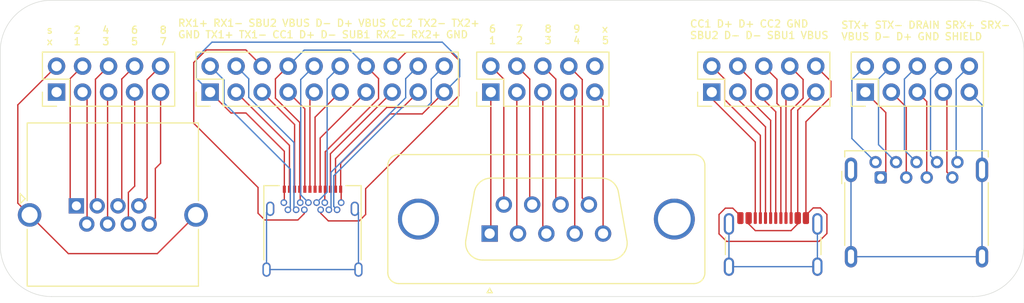
<source format=kicad_pcb>
(kicad_pcb (version 20241229) (generator "pcbnew") (generator_version "9.0")
  (layers (0 "F.Cu" signal) (2 "B.Cu" signal) (13 "F.Paste" user) (15 "B.Paste" user) (5 "F.SilkS" user "F.Silkscreen") (7 "B.SilkS" user "B.Silkscreen") (1 "F.Mask" user) (3 "B.Mask" user) (25 "Edge.Cuts" user))
  (net 0 "")
  (net 1 "/SSRX+")
  (net 2 "/SSTX-")
  (net 3 "/VBUS")
  (net 4 "/GND")
  (net 5 "/SHIELD")
  (net 6 "/DRAIN")
  (net 7 "/D+")
  (net 8 "/D-")
  (net 9 "/SSTX+")
  (net 10 "/SSRX-")
  (net 11 "/CC1")
  (net 12 "/SBU2")
  (net 13 "/B7-D-")
  (net 14 "/A7-D-")
  (net 15 "/SBU1")
  (net 16 "/CC2")
  (net 17 "/2")
  (net 18 "/4")
  (net 19 "/9")
  (net 20 "/8")
  (net 21 "/1")
  (net 22 "/5")
  (net 23 "/6")
  (net 24 "/3")
  (net 25 "/7")
  (net 27 "/RX2+")
  (net 28 "/RX1+")
  (net 29 "/RX2-")
  (net 30 "/TX2-")
  (net 31 "/TX1+")
  (net 32 "/TX2+")
  (net 33 "/RX1-")
  (net 34 "/TX1-")
  (net 35 "/TX+")
  (net 36 "/RX+")
  (net 37 "/TX-")
  (net 38 "/RX-")
  (net 39 "Net-(J9-Pin_5)")
  (net 41 "Net-(J9-Pin_9)")
  (net 42 "Net-(J9-Pin_8)")
  (net 43 "Net-(J9-Pin_10)")
  (net 44 "/GND2")
  (net 45 "/SHIELD2")
  (net 46 "/VBUS2")
  (net 47 "/4GND")
  (net 48 "/4VBUS")
  (net 49 "/4SHIELD")
  (net 50 "/4CC1")
  (net 51 "/4SBU1")
  (net 52 "/4SBU2")
  (net 53 "/4B6-D+")
  (net 54 "/4B7-D-")
  (net 55 "/4CC2")
  (net 56 "/4A6-D+")
  (net 57 "/4A7-D-")
  (net 58 "/SHIELD3")
  (net 59 "/B6-D+")
  (net 60 "/A6-D+")
  (footprint "Connector_Dsub:DSUB-9_Socket_Vertical_P2.77x2.84mm_MountingHoles" (layer "F.Cu") (at 85.305 64.84 180)
    (property "Reference" "J5" (hide yes))
    (property "Value" "DE9_Socket" (hide yes))
    (fp_line (start 9.945 -3.83) (end 9.945 6.67) (stroke (width 0.12)) (layer "F.SilkS"))
    (fp_line (start 8.885 7.73) (end -19.965 7.73) (stroke (width 0.12)) (layer "F.SilkS"))
    (fp_line (start 2.32647 -0.641744) (end 1.497733 4.058256) (stroke (width 0.12)) (layer "F.SilkS"))
    (fp_line (start 0.25 -5.784338) (end 0 -5.351325) (stroke (width 0.12)) (layer "F.SilkS"))
    (fp_line (start 0 -5.351325) (end -0.25 -5.784338) (stroke (width 0.12)) (layer "F.SilkS"))
    (fp_line (start -0.25 -5.784338) (end 0.25 -5.784338) (stroke (width 0.12)) (layer "F.SilkS"))
    (fp_line (start -10.942952 5.43) (end -0.137048 5.43) (stroke (width 0.12)) (layer "F.SilkS"))
    (fp_line (start -11.771689 -2.59) (end 0.691689 -2.59) (stroke (width 0.12)) (layer "F.SilkS"))
    (fp_line (start -13.40647 -0.641744) (end -12.577733 4.058256) (stroke (width 0.12)) (layer "F.SilkS"))
    (fp_line (start -19.965 -4.89) (end 8.885 -4.89) (stroke (width 0.12)) (layer "F.SilkS"))
    (fp_line (start -21.025 6.67) (end -21.025 -3.83) (stroke (width 0.12)) (layer "F.SilkS"))
    (fp_arc (start 9.945 6.67) (mid 9.634533 7.419533) (end 8.885 7.73) (stroke (width 0.12)) (layer "F.SilkS"))
    (fp_arc (start 8.885 -4.89) (mid 9.634533 -4.579533) (end 9.945 -3.83) (stroke (width 0.12)) (layer "F.SilkS"))
    (fp_arc (start 1.497733 4.058256) (mid 0.92998 5.041634) (end -0.137048 5.43) (stroke (width 0.12)) (layer "F.SilkS"))
    (fp_arc (start 0.691689 -2.59) (mid 1.963323 -1.997027) (end 2.32647 -0.641744) (stroke (width 0.12)) (layer "F.SilkS"))
    (fp_arc (start -10.942952 5.43) (mid -12.00998 5.041634) (end -12.577733 4.058256) (stroke (width 0.12)) (layer "F.SilkS"))
    (fp_arc (start -13.40647 -0.641744) (mid -13.043323 -1.997027) (end -11.771689 -2.59) (stroke (width 0.12)) (layer "F.SilkS"))
    (fp_arc (start -19.965 7.73) (mid -20.714533 7.419533) (end -21.025 6.67) (stroke (width 0.12)) (layer "F.SilkS"))
    (fp_arc (start -21.025 -3.83) (mid -20.714533 -4.579533) (end -19.965 -4.89) (stroke (width 0.12)) (layer "F.SilkS"))
    (pad "0" thru_hole circle (at -18.04 1.42 180) (size 4 4) (drill 3.2) (layers "*.Cu" "*.Mask"))
    (pad "0" thru_hole circle (at 6.96 1.42 180) (size 4 4) (drill 3.2) (layers "*.Cu" "*.Mask"))
    (pad "1" thru_hole rect (at 0 0 180) (size 1.6 1.6) (drill 1) (layers "*.Cu" "*.Mask") (net 21 "/1"))
    (pad "2" thru_hole circle (at -2.77 0 180) (size 1.6 1.6) (drill 1) (layers "*.Cu" "*.Mask") (net 17 "/2"))
    (pad "3" thru_hole circle (at -5.54 0 180) (size 1.6 1.6) (drill 1) (layers "*.Cu" "*.Mask") (net 24 "/3"))
    (pad "4" thru_hole circle (at -8.31 0 180) (size 1.6 1.6) (drill 1) (layers "*.Cu" "*.Mask") (net 18 "/4"))
    (pad "5" thru_hole circle (at -11.08 0 180) (size 1.6 1.6) (drill 1) (layers "*.Cu" "*.Mask") (net 22 "/5"))
    (pad "6" thru_hole circle (at -1.385 2.84 180) (size 1.6 1.6) (drill 1) (layers "*.Cu" "*.Mask") (net 23 "/6"))
    (pad "7" thru_hole circle (at -4.155 2.84 180) (size 1.6 1.6) (drill 1) (layers "*.Cu" "*.Mask") (net 25 "/7"))
    (pad "8" thru_hole circle (at -6.925 2.84 180) (size 1.6 1.6) (drill 1) (layers "*.Cu" "*.Mask") (net 20 "/8"))
    (pad "9" thru_hole circle (at -9.695 2.84 180) (size 1.6 1.6) (drill 1) (layers "*.Cu" "*.Mask") (net 19 "/9"))
  )
  (footprint "Connector_USB:USB3_A_Molex_48393-001" (layer "F.Cu") (at 123.5 59.35)
    (property "Reference" "J1" (hide yes))
    (property "Value" "USB3_A" (hide yes))
    (fp_line (start -3.8 -0.6) (end -3.8 0.6) (stroke (width 0.12)) (layer "F.SilkS"))
    (fp_line (start -3.51 -2.61) (end -3.51 -2) (stroke (width 0.12)) (layer "F.SilkS"))
    (fp_line (start -3.51 -2.61) (end 10.51 -2.61) (stroke (width 0.12)) (layer "F.SilkS"))
    (fp_line (start -3.51 6.65) (end -3.51 0.5) (stroke (width 0.12)) (layer "F.SilkS"))
    (fp_line (start 10.51 -2.61) (end 10.51 -2) (stroke (width 0.12)) (layer "F.SilkS"))
    (fp_line (start 10.51 6.65) (end 10.51 0.5) (stroke (width 0.12)) (layer "F.SilkS"))
    (pad "1" thru_hole roundrect (at 0 0) (size 1.2 1.2) (drill 0.7) (layers "*.Cu" "*.Mask") (roundrect_rratio 0.2083333333) (net 3 "/VBUS"))
    (pad "2" thru_hole circle (at 2.5 0) (size 1.2 1.2) (drill 0.7) (layers "*.Cu" "*.Mask") (net 8 "/D-"))
    (pad "3" thru_hole circle (at 4.5 0) (size 1.2 1.2) (drill 0.7) (layers "*.Cu" "*.Mask") (net 7 "/D+"))
    (pad "4" thru_hole circle (at 7 0) (size 1.2 1.2) (drill 0.7) (layers "*.Cu" "*.Mask") (net 4 "/GND"))
    (pad "5" thru_hole circle (at 7.5 -1.5) (size 1.2 1.2) (drill 0.7) (layers "*.Cu" "*.Mask") (net 10 "/SSRX-"))
    (pad "6" thru_hole circle (at 5.5 -1.5) (size 1.2 1.2) (drill 0.7) (layers "*.Cu" "*.Mask") (net 1 "/SSRX+"))
    (pad "7" thru_hole circle (at 3.5 -1.5) (size 1.2 1.2) (drill 0.7) (layers "*.Cu" "*.Mask") (net 6 "/DRAIN"))
    (pad "8" thru_hole circle (at 1.5 -1.5) (size 1.2 1.2) (drill 0.7) (layers "*.Cu" "*.Mask") (net 2 "/SSTX-"))
    (pad "9" thru_hole circle (at -0.5 -1.5) (size 1.2 1.2) (drill 0.7) (layers "*.Cu" "*.Mask") (net 9 "/SSTX+"))
    (pad "10" thru_hole oval (at -2.9 -0.75) (size 1.2 2.4) (drill oval 0.6 1.7) (layers "*.Cu" "*.Mask") (net 5 "/SHIELD"))
    (pad "10" thru_hole oval (at -2.9 7.75) (size 1.2 2.1) (drill oval 0.6 1.4) (layers "*.Cu" "*.Mask") (net 5 "/SHIELD"))
    (pad "10" thru_hole oval (at 9.9 -0.75) (size 1.2 2.4) (drill oval 0.6 1.7) (layers "*.Cu" "*.Mask") (net 5 "/SHIELD"))
    (pad "10" thru_hole oval (at 9.9 7.75) (size 1.2 2.1) (drill oval 0.6 1.4) (layers "*.Cu" "*.Mask") (net 5 "/SHIELD"))
  )
  (footprint "Connector_USB:USB_C_Receptacle_GCT_USB4105-xx-A_16P_TopMnt_Horizontal" (layer "F.Cu") (at 113 67)
    (property "Reference" "J6" (hide yes))
    (property "Value" "USB_C_Receptacle_USB2.0_16P" (hide yes))
    (fp_line (start -4.67 -0.1) (end -4.67 -1.8) (stroke (width 0.12)) (layer "F.SilkS"))
    (fp_line (start 4.67 -0.1) (end 4.67 -1.8) (stroke (width 0.12)) (layer "F.SilkS"))
    (pad "" np_thru_hole circle (at -2.89 -2.605) (size 0.65 0.65) (drill 0.65) (layers "*.Cu" "*.Mask"))
    (pad "" np_thru_hole circle (at 2.89 -2.605) (size 0.65 0.65) (drill 0.65) (layers "*.Cu" "*.Mask"))
    (pad "A1" smd roundrect (at -3.2 -3.68) (size 0.6 1.15) (layers "F.Cu" "F.Mask" "F.Paste") (net 47 "/4GND"))
    (pad "A4" smd roundrect (at -2.4 -3.68) (size 0.6 1.15) (layers "F.Cu" "F.Mask" "F.Paste") (net 48 "/4VBUS"))
    (pad "A5" smd roundrect (at -1.25 -3.68) (size 0.3 1.15) (layers "F.Cu" "F.Mask" "F.Paste") (net 50 "/4CC1"))
    (pad "A6" smd roundrect (at -0.25 -3.68) (size 0.3 1.15) (layers "F.Cu" "F.Mask" "F.Paste") (net 56 "/4A6-D+"))
    (pad "A7" smd roundrect (at 0.25 -3.68) (size 0.3 1.15) (layers "F.Cu" "F.Mask" "F.Paste") (net 57 "/4A7-D-"))
    (pad "A8" smd roundrect (at 1.25 -3.68) (size 0.3 1.15) (layers "F.Cu" "F.Mask" "F.Paste") (net 51 "/4SBU1"))
    (pad "A9" smd roundrect (at 2.4 -3.68) (size 0.6 1.15) (layers "F.Cu" "F.Mask" "F.Paste") (net 48 "/4VBUS"))
    (pad "A12" smd roundrect (at 3.2 -3.68) (size 0.6 1.15) (layers "F.Cu" "F.Mask" "F.Paste") (net 47 "/4GND"))
    (pad "B1" smd roundrect (at 3.2 -3.68) (size 0.6 1.15) (layers "F.Cu" "F.Mask" "F.Paste") (net 47 "/4GND"))
    (pad "B4" smd roundrect (at 2.4 -3.68) (size 0.6 1.15) (layers "F.Cu" "F.Mask" "F.Paste") (net 48 "/4VBUS"))
    (pad "B5" smd roundrect (at 1.75 -3.68) (size 0.3 1.15) (layers "F.Cu" "F.Mask" "F.Paste") (net 55 "/4CC2"))
    (pad "B6" smd roundrect (at 0.75 -3.68) (size 0.3 1.15) (layers "F.Cu" "F.Mask" "F.Paste") (net 53 "/4B6-D+"))
    (pad "B7" smd roundrect (at -0.75 -3.68) (size 0.3 1.15) (layers "F.Cu" "F.Mask" "F.Paste") (net 54 "/4B7-D-"))
    (pad "B8" smd roundrect (at -1.75 -3.68) (size 0.3 1.15) (layers "F.Cu" "F.Mask" "F.Paste") (net 52 "/4SBU2"))
    (pad "B9" smd roundrect (at -2.4 -3.68) (size 0.6 1.15) (layers "F.Cu" "F.Mask" "F.Paste") (net 48 "/4VBUS"))
    (pad "B12" smd roundrect (at -3.2 -3.68) (size 0.6 1.15) (layers "F.Cu" "F.Mask" "F.Paste") (net 47 "/4GND"))
    (pad "S1" thru_hole oval (at -4.32 -3.105) (size 1 2.1) (drill oval 0.6 1.7) (property pad_prop_heatsink) (layers "*.Cu" "*.Mask" "F.Paste") (net 49 "/4SHIELD"))
    (pad "S1" thru_hole oval (at -4.32 1.075) (size 1 1.8) (drill oval 0.6 1.4) (property pad_prop_heatsink) (layers "*.Cu" "*.Mask" "F.Paste") (net 49 "/4SHIELD"))
    (pad "S1" thru_hole oval (at 4.32 -3.105) (size 1 2.1) (drill oval 0.6 1.7) (property pad_prop_heatsink) (layers "*.Cu" "*.Mask" "F.Paste") (net 49 "/4SHIELD"))
    (pad "S1" thru_hole oval (at 4.32 1.075) (size 1 1.8) (drill oval 0.6 1.4) (property pad_prop_heatsink) (layers "*.Cu" "*.Mask" "F.Paste") (net 49 "/4SHIELD"))
  )
  (footprint "Connector_USB:USB_C_Receptacle_Amphenol_12401548E4-2A" (layer "F.Cu") (at 68 65.52)
    (property "Reference" "J2" (hide yes))
    (property "Value" "USB_C_Receptacle" (hide yes))
    (fp_line (start -4.75 -5.37) (end -4.75 1.89) (stroke (width 0.12)) (layer "F.SilkS"))
    (fp_line (start -4.75 -5.37) (end -3.25 -5.37) (stroke (width 0.12)) (layer "F.SilkS"))
    (fp_line (start 3.25 -5.37) (end 4.75 -5.37) (stroke (width 0.12)) (layer "F.SilkS"))
    (fp_line (start 4.75 -5.37) (end 4.75 1.89) (stroke (width 0.12)) (layer "F.SilkS"))
    (pad "" np_thru_hole circle (at -3.6 -4.36) (size 0.65 0.65) (drill 0.65) (layers "*.Cu" "*.Mask"))
    (pad "" np_thru_hole oval (at 3.6 -4.36) (size 0.95 0.65) (drill oval 0.95 0.65) (layers "*.Cu" "*.Mask"))
    (pad "A1" smd rect (at -2.75 -5.02) (size 0.3 0.7) (layers "F.Cu" "F.Mask" "F.Paste") (net 44 "/GND2"))
    (pad "A2" smd rect (at -2.25 -5.02) (size 0.3 0.7) (layers "F.Cu" "F.Mask" "F.Paste") (net 31 "/TX1+"))
    (pad "A3" smd rect (at -1.75 -5.02) (size 0.3 0.7) (layers "F.Cu" "F.Mask" "F.Paste") (net 34 "/TX1-"))
    (pad "A4" smd rect (at -1.25 -5.02) (size 0.3 0.7) (layers "F.Cu" "F.Mask" "F.Paste") (net 46 "/VBUS2"))
    (pad "A5" smd rect (at -0.75 -5.02) (size 0.3 0.7) (layers "F.Cu" "F.Mask" "F.Paste") (net 11 "/CC1"))
    (pad "A6" smd rect (at -0.25 -5.02) (size 0.3 0.7) (layers "F.Cu" "F.Mask" "F.Paste") (net 60 "/A6-D+"))
    (pad "A7" smd rect (at 0.25 -5.02) (size 0.3 0.7) (layers "F.Cu" "F.Mask" "F.Paste") (net 14 "/A7-D-"))
    (pad "A8" smd rect (at 0.75 -5.02) (size 0.3 0.7) (layers "F.Cu" "F.Mask" "F.Paste") (net 15 "/SBU1"))
    (pad "A9" smd rect (at 1.25 -5.02) (size 0.3 0.7) (layers "F.Cu" "F.Mask" "F.Paste") (net 46 "/VBUS2"))
    (pad "A10" smd rect (at 1.75 -5.02) (size 0.3 0.7) (layers "F.Cu" "F.Mask" "F.Paste") (net 29 "/RX2-"))
    (pad "A11" smd rect (at 2.25 -5.02) (size 0.3 0.7) (layers "F.Cu" "F.Mask" "F.Paste") (net 27 "/RX2+"))
    (pad "A12" smd rect (at 2.75 -5.02) (size 0.3 0.7) (layers "F.Cu" "F.Mask" "F.Paste") (net 44 "/GND2"))
    (pad "B1" thru_hole circle (at 2.8 -3.71) (size 0.65 0.65) (drill 0.4) (property pad_prop_heatsink) (layers "*.Cu" "*.Mask") (net 44 "/GND2"))
    (pad "B2" thru_hole circle (at 2.4 -3.01) (size 0.65 0.65) (drill 0.4) (property pad_prop_heatsink) (layers "*.Cu" "*.Mask") (net 32 "/TX2+"))
    (pad "B3" thru_hole circle (at 1.6 -3.01) (size 0.65 0.65) (drill 0.4) (property pad_prop_heatsink) (layers "*.Cu" "*.Mask") (net 30 "/TX2-"))
    (pad "B4" thru_hole circle (at 1.2 -3.71) (size 0.65 0.65) (drill 0.4) (property pad_prop_heatsink) (layers "*.Cu" "*.Mask") (net 46 "/VBUS2"))
    (pad "B5" thru_hole circle (at 0.8 -3.01) (size 0.65 0.65) (drill 0.4) (property pad_prop_heatsink) (layers "*.Cu" "*.Mask") (net 16 "/CC2"))
    (pad "B6" thru_hole circle (at 0.4 -3.71) (size 0.65 0.65) (drill 0.4) (property pad_prop_heatsink) (layers "*.Cu" "*.Mask") (net 59 "/B6-D+"))
    (pad "B7" thru_hole circle (at -0.4 -3.71) (size 0.65 0.65) (drill 0.4) (property pad_prop_heatsink) (layers "*.Cu" "*.Mask") (net 13 "/B7-D-"))
    (pad "B8" thru_hole circle (at -0.8 -3.01) (size 0.65 0.65) (drill 0.4) (property pad_prop_heatsink) (layers "*.Cu" "*.Mask") (net 12 "/SBU2"))
    (pad "B9" thru_hole circle (at -1.2 -3.71) (size 0.65 0.65) (drill 0.4) (property pad_prop_heatsink) (layers "*.Cu" "*.Mask") (net 46 "/VBUS2"))
    (pad "B10" thru_hole circle (at -1.6 -3.01) (size 0.65 0.65) (drill 0.4) (property pad_prop_heatsink) (layers "*.Cu" "*.Mask") (net 33 "/RX1-"))
    (pad "B11" thru_hole circle (at -2.4 -3.01) (size 0.65 0.65) (drill 0.4) (property pad_prop_heatsink) (layers "*.Cu" "*.Mask") (net 28 "/RX1+"))
    (pad "B12" thru_hole circle (at -2.8 -3.71) (size 0.65 0.65) (drill 0.4) (property pad_prop_heatsink) (layers "*.Cu" "*.Mask") (net 44 "/GND2"))
    (pad "S1" thru_hole oval (at -4.49 2.84) (size 0.8 1.4) (drill oval 0.5 1.1) (property pad_prop_heatsink) (layers "*.Cu" "*.Mask") (net 45 "/SHIELD2"))
    (pad "S1" thru_hole oval (at -4.13 -3.11) (size 0.8 1.4) (drill oval 0.5 1.1) (property pad_prop_heatsink) (layers "*.Cu" "*.Mask") (net 45 "/SHIELD2"))
    (pad "S1" thru_hole oval (at 4.13 -3.11) (size 0.8 1.4) (drill oval 0.5 1.1) (property pad_prop_heatsink) (layers "*.Cu" "*.Mask") (net 45 "/SHIELD2"))
    (pad "S1" thru_hole oval (at 4.49 2.84) (size 0.8 1.4) (drill oval 0.5 1.1) (property pad_prop_heatsink) (layers "*.Cu" "*.Mask") (net 45 "/SHIELD2"))
  )
  (footprint "Connector_RJ:RJ45_Amphenol_RJHSE5380" (layer "F.Cu") (at 44.936 62.125)
    (property "Reference" "J10" (hide yes))
    (property "Value" "8P8C_Shielded" (hide yes))
    (fp_line (start -5.5 -1.2) (end -5 -0.7) (stroke (width 0.12)) (layer "F.SilkS"))
    (fp_line (start -5.5 -0.2) (end -5.5 -1.2) (stroke (width 0.12)) (layer "F.SilkS"))
    (fp_line (start -5 -0.7) (end -5.5 -0.2) (stroke (width 0.12)) (layer "F.SilkS"))
    (fp_line (start -4.805 -8.11) (end -4.805 -0.5) (stroke (width 0.12)) (layer "F.SilkS"))
    (fp_line (start -4.805 7.86) (end -4.805 2.3) (stroke (width 0.12)) (layer "F.SilkS"))
    (fp_line (start -4.76 -8.11) (end 11.88 -8.11) (stroke (width 0.12)) (layer "F.SilkS"))
    (fp_line (start -4.76 7.86) (end 11.925 7.86) (stroke (width 0.12)) (layer "F.SilkS"))
    (fp_line (start 11.925 -8.11) (end 11.925 -0.5) (stroke (width 0.12)) (layer "F.SilkS"))
    (fp_line (start 11.925 7.86) (end 11.925 2.3) (stroke (width 0.12)) (layer "F.SilkS"))
    (pad "" np_thru_hole circle (at -2.79 -2.54) (size 3.25 3.25) (drill 3.25) (layers "*.Cu" "*.Mask"))
    (pad "" np_thru_hole circle (at 9.91 -2.54) (size 3.25 3.25) (drill 3.25) (layers "*.Cu" "*.Mask"))
    (pad "1" thru_hole rect (at 0 0) (size 1.5 1.5) (drill 0.89) (layers "*.Cu" "*.Mask") (net 35 "/TX+"))
    (pad "2" thru_hole circle (at 1.016 1.78) (size 1.5 1.5) (drill 0.89) (layers "*.Cu" "*.Mask") (net 37 "/TX-"))
    (pad "3" thru_hole circle (at 2.032 0) (size 1.5 1.5) (drill 0.89) (layers "*.Cu" "*.Mask") (net 36 "/RX+"))
    (pad "4" thru_hole circle (at 3.048 1.78) (size 1.5 1.5) (drill 0.89) (layers "*.Cu" "*.Mask") (net 39 "Net-(J9-Pin_5)"))
    (pad "5" thru_hole circle (at 4.064 0) (size 1.5 1.5) (drill 0.89) (layers "*.Cu" "*.Mask") (net 42 "Net-(J9-Pin_8)"))
    (pad "6" thru_hole circle (at 5.08 1.78) (size 1.5 1.5) (drill 0.89) (layers "*.Cu" "*.Mask") (net 38 "/RX-"))
    (pad "7" thru_hole circle (at 6.096 0) (size 1.5 1.5) (drill 0.89) (layers "*.Cu" "*.Mask") (net 43 "Net-(J9-Pin_10)"))
    (pad "8" thru_hole circle (at 7.112 1.78) (size 1.5 1.5) (drill 0.89) (layers "*.Cu" "*.Mask") (net 41 "Net-(J9-Pin_9)"))
    (pad "SH" thru_hole circle (at -4.57 0.89) (size 2.3 2.3) (drill 1.57) (layers "*.Cu" "*.Mask") (net 58 "/SHIELD3"))
    (pad "SH" thru_hole circle (at 11.69 0.89) (size 2.3 2.3) (drill 1.57) (layers "*.Cu" "*.Mask") (net 58 "/SHIELD3"))
  )
  (footprint "Connector_PinHeader_2.54mm:PinHeader_2x05_P2.54mm_Vertical" (layer "F.Cu") (at 107 51 90)
    (property "Reference" "J7" (hide yes))
    (property "Value" "Conn_02x05_Odd_Even" (hide yes))
    (fp_line (start 3.92 -1.38) (end 3.92 11.54) (stroke (width 0.12)) (layer "F.SilkS"))
    (fp_line (start 1.27 -1.38) (end 3.92 -1.38) (stroke (width 0.12)) (layer "F.SilkS"))
    (fp_line (start -1.38 -1.38) (end 0 -1.38) (stroke (width 0.12)) (layer "F.SilkS"))
    (fp_line (start -1.38 0) (end -1.38 -1.38) (stroke (width 0.12)) (layer "F.SilkS"))
    (fp_line (start 1.27 1.27) (end 1.27 -1.38) (stroke (width 0.12)) (layer "F.SilkS"))
    (fp_line (start -1.38 1.27) (end 1.27 1.27) (stroke (width 0.12)) (layer "F.SilkS"))
    (fp_line (start -1.38 1.27) (end -1.38 11.54) (stroke (width 0.12)) (layer "F.SilkS"))
    (fp_line (start -1.38 11.54) (end 3.92 11.54) (stroke (width 0.12)) (layer "F.SilkS"))
    (pad "1" thru_hole rect (at 0 0 90) (size 1.7 1.7) (drill 1) (layers "*.Cu" "*.Mask") (net 52 "/4SBU2"))
    (pad "2" thru_hole circle (at 2.54 0 90) (size 1.7 1.7) (drill 1) (layers "*.Cu" "*.Mask") (net 50 "/4CC1"))
    (pad "3" thru_hole circle (at 0 2.54 90) (size 1.7 1.7) (drill 1) (layers "*.Cu" "*.Mask") (net 54 "/4B7-D-"))
    (pad "4" thru_hole circle (at 2.54 2.54 90) (size 1.7 1.7) (drill 1) (layers "*.Cu" "*.Mask") (net 56 "/4A6-D+"))
    (pad "5" thru_hole circle (at 0 5.08 90) (size 1.7 1.7) (drill 1) (layers "*.Cu" "*.Mask") (net 57 "/4A7-D-"))
    (pad "6" thru_hole circle (at 2.54 5.08 90) (size 1.7 1.7) (drill 1) (layers "*.Cu" "*.Mask") (net 53 "/4B6-D+"))
    (pad "7" thru_hole circle (at 0 7.62 90) (size 1.7 1.7) (drill 1) (layers "*.Cu" "*.Mask") (net 51 "/4SBU1"))
    (pad "8" thru_hole circle (at 2.54 7.62 90) (size 1.7 1.7) (drill 1) (layers "*.Cu" "*.Mask") (net 55 "/4CC2"))
    (pad "9" thru_hole circle (at 0 10.16 90) (size 1.7 1.7) (drill 1) (layers "*.Cu" "*.Mask") (net 48 "/4VBUS"))
    (pad "10" thru_hole circle (at 2.54 10.16 90) (size 1.7 1.7) (drill 1) (layers "*.Cu" "*.Mask") (net 47 "/4GND"))
  )
  (footprint "Connector_PinHeader_2.54mm:PinHeader_2x05_P2.54mm_Vertical" (layer "F.Cu") (at 122 51 90)
    (property "Reference" "J3" (hide yes))
    (property "Value" "Conn_02x05_Odd_Even" (hide yes))
    (fp_line (start 3.92 -1.38) (end 3.92 11.54) (stroke (width 0.12)) (layer "F.SilkS"))
    (fp_line (start 1.27 -1.38) (end 3.92 -1.38) (stroke (width 0.12)) (layer "F.SilkS"))
    (fp_line (start -1.38 -1.38) (end 0 -1.38) (stroke (width 0.12)) (layer "F.SilkS"))
    (fp_line (start -1.38 0) (end -1.38 -1.38) (stroke (width 0.12)) (layer "F.SilkS"))
    (fp_line (start 1.27 1.27) (end 1.27 -1.38) (stroke (width 0.12)) (layer "F.SilkS"))
    (fp_line (start -1.38 1.27) (end 1.27 1.27) (stroke (width 0.12)) (layer "F.SilkS"))
    (fp_line (start -1.38 1.27) (end -1.38 11.54) (stroke (width 0.12)) (layer "F.SilkS"))
    (fp_line (start -1.38 11.54) (end 3.92 11.54) (stroke (width 0.12)) (layer "F.SilkS"))
    (pad "1" thru_hole rect (at 0 0 90) (size 1.7 1.7) (drill 1) (layers "*.Cu" "*.Mask") (net 3 "/VBUS"))
    (pad "2" thru_hole circle (at 2.54 0 90) (size 1.7 1.7) (drill 1) (layers "*.Cu" "*.Mask") (net 9 "/SSTX+"))
    (pad "3" thru_hole circle (at 0 2.54 90) (size 1.7 1.7) (drill 1) (layers "*.Cu" "*.Mask") (net 8 "/D-"))
    (pad "4" thru_hole circle (at 2.54 2.54 90) (size 1.7 1.7) (drill 1) (layers "*.Cu" "*.Mask") (net 2 "/SSTX-"))
    (pad "5" thru_hole circle (at 0 5.08 90) (size 1.7 1.7) (drill 1) (layers "*.Cu" "*.Mask") (net 7 "/D+"))
    (pad "6" thru_hole circle (at 2.54 5.08 90) (size 1.7 1.7) (drill 1) (layers "*.Cu" "*.Mask") (net 6 "/DRAIN"))
    (pad "7" thru_hole circle (at 0 7.62 90) (size 1.7 1.7) (drill 1) (layers "*.Cu" "*.Mask") (net 4 "/GND"))
    (pad "8" thru_hole circle (at 2.54 7.62 90) (size 1.7 1.7) (drill 1) (layers "*.Cu" "*.Mask") (net 1 "/SSRX+"))
    (pad "9" thru_hole circle (at 0 10.16 90) (size 1.7 1.7) (drill 1) (layers "*.Cu" "*.Mask") (net 5 "/SHIELD"))
    (pad "10" thru_hole circle (at 2.54 10.16 90) (size 1.7 1.7) (drill 1) (layers "*.Cu" "*.Mask") (net 10 "/SSRX-"))
  )
  (footprint "Connector_PinHeader_2.54mm:PinHeader_2x05_P2.54mm_Vertical" (layer "F.Cu") (at 85.42 51 90)
    (property "Reference" "J8" (hide yes))
    (property "Value" "Conn_02x05_Odd_Even" (hide yes))
    (fp_line (start 3.92 -1.38) (end 3.92 11.54) (stroke (width 0.12)) (layer "F.SilkS"))
    (fp_line (start 1.27 -1.38) (end 3.92 -1.38) (stroke (width 0.12)) (layer "F.SilkS"))
    (fp_line (start -1.38 -1.38) (end 0 -1.38) (stroke (width 0.12)) (layer "F.SilkS"))
    (fp_line (start -1.38 0) (end -1.38 -1.38) (stroke (width 0.12)) (layer "F.SilkS"))
    (fp_line (start 1.27 1.27) (end 1.27 -1.38) (stroke (width 0.12)) (layer "F.SilkS"))
    (fp_line (start -1.38 1.27) (end 1.27 1.27) (stroke (width 0.12)) (layer "F.SilkS"))
    (fp_line (start -1.38 1.27) (end -1.38 11.54) (stroke (width 0.12)) (layer "F.SilkS"))
    (fp_line (start -1.38 11.54) (end 3.92 11.54) (stroke (width 0.12)) (layer "F.SilkS"))
    (pad "1" thru_hole rect (at 0 0 90) (size 1.7 1.7) (drill 1) (layers "*.Cu" "*.Mask") (net 21 "/1"))
    (pad "2" thru_hole circle (at 2.54 0 90) (size 1.7 1.7) (drill 1) (layers "*.Cu" "*.Mask") (net 23 "/6"))
    (pad "3" thru_hole circle (at 0 2.54 90) (size 1.7 1.7) (drill 1) (layers "*.Cu" "*.Mask") (net 17 "/2"))
    (pad "4" thru_hole circle (at 2.54 2.54 90) (size 1.7 1.7) (drill 1) (layers "*.Cu" "*.Mask") (net 25 "/7"))
    (pad "5" thru_hole circle (at 0 5.08 90) (size 1.7 1.7) (drill 1) (layers "*.Cu" "*.Mask") (net 24 "/3"))
    (pad "6" thru_hole circle (at 2.54 5.08 90) (size 1.7 1.7) (drill 1) (layers "*.Cu" "*.Mask") (net 20 "/8"))
    (pad "7" thru_hole circle (at 0 7.62 90) (size 1.7 1.7) (drill 1) (layers "*.Cu" "*.Mask") (net 18 "/4"))
    (pad "8" thru_hole circle (at 2.54 7.62 90) (size 1.7 1.7) (drill 1) (layers "*.Cu" "*.Mask") (net 19 "/9"))
    (pad "9" thru_hole circle (at 0 10.16 90) (size 1.7 1.7) (drill 1) (layers "*.Cu" "*.Mask") (net 22 "/5"))
    (pad "10" thru_hole circle (at 2.54 10.16 90) (size 1.7 1.7) (drill 1) (layers "*.Cu" "*.Mask"))
  )
  (footprint "Connector_PinHeader_2.54mm:PinHeader_2x10_P2.54mm_Vertical" (layer "F.Cu") (at 58 51 90)
    (property "Reference" "J4" (hide yes))
    (property "Value" "Conn_02x10_Odd_Even" (hide yes))
    (fp_line (start 3.92 -1.38) (end 3.92 24.24) (stroke (width 0.12)) (layer "F.SilkS"))
    (fp_line (start 1.27 -1.38) (end 3.92 -1.38) (stroke (width 0.12)) (layer "F.SilkS"))
    (fp_line (start -1.38 -1.38) (end 0 -1.38) (stroke (width 0.12)) (layer "F.SilkS"))
    (fp_line (start -1.38 0) (end -1.38 -1.38) (stroke (width 0.12)) (layer "F.SilkS"))
    (fp_line (start 1.27 1.27) (end 1.27 -1.38) (stroke (width 0.12)) (layer "F.SilkS"))
    (fp_line (start -1.38 1.27) (end 1.27 1.27) (stroke (width 0.12)) (layer "F.SilkS"))
    (fp_line (start -1.38 1.27) (end -1.38 24.24) (stroke (width 0.12)) (layer "F.SilkS"))
    (fp_line (start -1.38 24.24) (end 3.92 24.24) (stroke (width 0.12)) (layer "F.SilkS"))
    (pad "1" thru_hole rect (at 0 0 90) (size 1.7 1.7) (drill 1) (layers "*.Cu" "*.Mask") (net 44 "/GND2"))
    (pad "2" thru_hole circle (at 2.54 0 90) (size 1.7 1.7) (drill 1) (layers "*.Cu" "*.Mask") (net 28 "/RX1+"))
    (pad "3" thru_hole circle (at 0 2.54 90) (size 1.7 1.7) (drill 1) (layers "*.Cu" "*.Mask") (net 31 "/TX1+"))
    (pad "4" thru_hole circle (at 2.54 2.54 90) (size 1.7 1.7) (drill 1) (layers "*.Cu" "*.Mask") (net 33 "/RX1-"))
    (pad "5" thru_hole circle (at 0 5.08 90) (size 1.7 1.7) (drill 1) (layers "*.Cu" "*.Mask") (net 34 "/TX1-"))
    (pad "6" thru_hole circle (at 2.54 5.08 90) (size 1.7 1.7) (drill 1) (layers "*.Cu" "*.Mask") (net 12 "/SBU2"))
    (pad "7" thru_hole circle (at 0 7.62 90) (size 1.7 1.7) (drill 1) (layers "*.Cu" "*.Mask") (net 11 "/CC1"))
    (pad "8" thru_hole circle (at 2.54 7.62 90) (size 1.7 1.7) (drill 1) (layers "*.Cu" "*.Mask") (net 46 "/VBUS2"))
    (pad "9" thru_hole circle (at 0 10.16 90) (size 1.7 1.7) (drill 1) (layers "*.Cu" "*.Mask") (net 60 "/A6-D+"))
    (pad "10" thru_hole circle (at 2.54 10.16 90) (size 1.7 1.7) (drill 1) (layers "*.Cu" "*.Mask") (net 13 "/B7-D-"))
    (pad "11" thru_hole circle (at 0 12.7 90) (size 1.7 1.7) (drill 1) (layers "*.Cu" "*.Mask") (net 14 "/A7-D-"))
    (pad "12" thru_hole circle (at 2.54 12.7 90) (size 1.7 1.7) (drill 1) (layers "*.Cu" "*.Mask") (net 59 "/B6-D+"))
    (pad "13" thru_hole circle (at 0 15.24 90) (size 1.7 1.7) (drill 1) (layers "*.Cu" "*.Mask") (net 15 "/SBU1"))
    (pad "14" thru_hole circle (at 2.54 15.24 90) (size 1.7 1.7) (drill 1) (layers "*.Cu" "*.Mask") (net 46 "/VBUS2"))
    (pad "15" thru_hole circle (at 0 17.78 90) (size 1.7 1.7) (drill 1) (layers "*.Cu" "*.Mask") (net 29 "/RX2-"))
    (pad "16" thru_hole circle (at 2.54 17.78 90) (size 1.7 1.7) (drill 1) (layers "*.Cu" "*.Mask") (net 16 "/CC2"))
    (pad "17" thru_hole circle (at 0 20.32 90) (size 1.7 1.7) (drill 1) (layers "*.Cu" "*.Mask") (net 27 "/RX2+"))
    (pad "18" thru_hole circle (at 2.54 20.32 90) (size 1.7 1.7) (drill 1) (layers "*.Cu" "*.Mask") (net 30 "/TX2-"))
    (pad "19" thru_hole circle (at 0 22.86 90) (size 1.7 1.7) (drill 1) (layers "*.Cu" "*.Mask") (net 44 "/GND2"))
    (pad "20" thru_hole circle (at 2.54 22.86 90) (size 1.7 1.7) (drill 1) (layers "*.Cu" "*.Mask") (net 32 "/TX2+"))
  )
  (footprint "Connector_PinHeader_2.54mm:PinHeader_2x05_P2.54mm_Vertical" (layer "F.Cu") (at 43 51 90)
    (property "Reference" "J9" (hide yes))
    (property "Value" "Conn_02x05_Odd_Even" (hide yes))
    (fp_line (start 3.92 -1.38) (end 3.92 11.54) (stroke (width 0.12)) (layer "F.SilkS"))
    (fp_line (start 1.27 -1.38) (end 3.92 -1.38) (stroke (width 0.12)) (layer "F.SilkS"))
    (fp_line (start -1.38 -1.38) (end 0 -1.38) (stroke (width 0.12)) (layer "F.SilkS"))
    (fp_line (start -1.38 0) (end -1.38 -1.38) (stroke (width 0.12)) (layer "F.SilkS"))
    (fp_line (start 1.27 1.27) (end 1.27 -1.38) (stroke (width 0.12)) (layer "F.SilkS"))
    (fp_line (start -1.38 1.27) (end 1.27 1.27) (stroke (width 0.12)) (layer "F.SilkS"))
    (fp_line (start -1.38 1.27) (end -1.38 11.54) (stroke (width 0.12)) (layer "F.SilkS"))
    (fp_line (start -1.38 11.54) (end 3.92 11.54) (stroke (width 0.12)) (layer "F.SilkS"))
    (pad "1" thru_hole rect (at 0 0 90) (size 1.7 1.7) (drill 1) (layers "*.Cu" "*.Mask"))
    (pad "2" thru_hole circle (at 2.54 0 90) (size 1.7 1.7) (drill 1) (layers "*.Cu" "*.Mask") (net 58 "/SHIELD3"))
    (pad "3" thru_hole circle (at 0 2.54 90) (size 1.7 1.7) (drill 1) (layers "*.Cu" "*.Mask") (net 37 "/TX-"))
    (pad "4" thru_hole circle (at 2.54 2.54 90) (size 1.7 1.7) (drill 1) (layers "*.Cu" "*.Mask") (net 35 "/TX+"))
    (pad "5" thru_hole circle (at 0 5.08 90) (size 1.7 1.7) (drill 1) (layers "*.Cu" "*.Mask") (net 39 "Net-(J9-Pin_5)"))
    (pad "6" thru_hole circle (at 2.54 5.08 90) (size 1.7 1.7) (drill 1) (layers "*.Cu" "*.Mask") (net 36 "/RX+"))
    (pad "7" thru_hole circle (at 0 7.62 90) (size 1.7 1.7) (drill 1) (layers "*.Cu" "*.Mask") (net 38 "/RX-"))
    (pad "8" thru_hole circle (at 2.54 7.62 90) (size 1.7 1.7) (drill 1) (layers "*.Cu" "*.Mask") (net 42 "Net-(J9-Pin_8)"))
    (pad "9" thru_hole circle (at 0 10.16 90) (size 1.7 1.7) (drill 1) (layers "*.Cu" "*.Mask") (net 41 "Net-(J9-Pin_9)"))
    (pad "10" thru_hole circle (at 2.54 10.16 90) (size 1.7 1.7) (drill 1) (layers "*.Cu" "*.Mask") (net 43 "Net-(J9-Pin_10)"))
  )
  (gr_arc (start 37.5 47.01) (mid 38.964466 43.474466) (end 42.5 42.01) (stroke (width 0.05)) (layer "Edge.Cuts"))
  (gr_line (start 137.5 47.01) (end 137.5 66) (stroke (width 0.05)) (layer "Edge.Cuts"))
  (gr_line (start 132.5 71) (end 42.5 71) (stroke (width 0.05)) (layer "Edge.Cuts"))
  (gr_arc (start 42.5 71) (mid 38.964466 69.535534) (end 37.5 66) (stroke (width 0.05)) (layer "Edge.Cuts"))
  (gr_arc (start 137.5 66) (mid 136.035534 69.535534) (end 132.5 71) (stroke (width 0.05)) (layer "Edge.Cuts"))
  (gr_line (start 42.5 42.01) (end 132.5 42.01) (stroke (width 0.05)) (layer "Edge.Cuts"))
  (gr_arc (start 132.5 42.01) (mid 136.035534 43.474466) (end 137.5 47.01) (stroke (width 0.05)) (layer "Edge.Cuts"))
  (gr_line (start 37.5 66) (end 37.5 47.01) (stroke (width 0.05)) (layer "Edge.Cuts"))
  (gr_text "s	2	4	6	8\nx	1	3	5	7" (at 41.97 46.46 0) (layer "F.SilkS") (effects (font (size 0.7 0.7) (thickness 0.12) (bold yes)) (justify left bottom)))
  (gr_text "STX+ STX- DRAIN SRX+ SRX-\nVBUS D- D+ GND SHIELD\n" (at 119.59 45.97 0) (layer "F.SilkS") (effects (font (size 0.7 0.7) (thickness 0.12) (bold yes)) (justify left bottom)))
  (gr_text "CC1 D+ D+ CC2 GND\nSBU2 D- D- SBU1 VBUS" (at 104.81 45.85 0) (layer "F.SilkS") (effects (font (size 0.7 0.7) (thickness 0.12) (bold yes)) (justify left bottom)))
  (gr_text "6	7	8	9	x\n1	2	3	4	5\n" (at 85.17 46.35 0) (layer "F.SilkS") (effects (font (size 0.7 0.7) (thickness 0.12) (bold yes)) (justify left bottom)))
  (gr_text "RX1+ RX1- SBU2 VBUS D- D+ VBUS CC2 TX2- TX2+\nGND TX1+ TX1- CC1 D+ D- SUB1 RX2- RX2+ GND" (at 54.8 45.78 0) (layer "F.SilkS") (effects (font (size 0.7 0.7) (thickness 0.12) (bold yes)) (justify left bottom)))
  (segment (start 129.62 48.46) (end 128.37 49.71) (width 0.13) (layer "B.Cu") (net 1))
  (segment (start 128.37 49.71) (end 128.37 57.22) (width 0.13) (layer "B.Cu") (net 1))
  (segment (start 128.37 57.22) (end 129 57.85) (width 0.13) (layer "B.Cu") (net 1))
  (segment (start 123.29 56.14) (end 123.29 49.71) (width 0.13) (layer "B.Cu") (net 2))
  (segment (start 125 57.85) (end 123.29 56.14) (width 0.13) (layer "B.Cu") (net 2))
  (segment (start 123.29 49.71) (end 124.54 48.46) (width 0.13) (layer "B.Cu") (net 2))
  (segment (start 124 53) (end 122 51) (width 0.13) (layer "F.Cu") (net 3))
  (segment (start 123.5 59.35) (end 124 58.85) (width 0.13) (layer "F.Cu") (net 3))
  (segment (start 124 58.85) (end 124 53) (width 0.13) (layer "F.Cu") (net 3))
  (segment (start 129.97 51.35) (end 129.97 58.82) (width 0.13) (layer "F.Cu") (net 4))
  (segment (start 129.62 51) (end 129.97 51.35) (width 0.13) (layer "F.Cu") (net 4))
  (segment (start 129.97 58.82) (end 130.5 59.35) (width 0.13) (layer "F.Cu") (net 4))
  (segment (start 133.4 52.24) (end 132.16 51) (width 0.13) (layer "B.Cu") (net 5))
  (segment (start 133.4 58.6) (end 133.4 67.1) (width 0.13) (layer "B.Cu") (net 5))
  (segment (start 120.6 58.6) (end 120.6 67.1) (width 0.13) (layer "B.Cu") (net 5))
  (segment (start 133.4 58.6) (end 133.4 52.24) (width 0.13) (layer "B.Cu") (net 5))
  (segment (start 120.6 67.1) (end 133.4 67.1) (width 0.13) (layer "B.Cu") (net 5))
  (segment (start 127.08 48.46) (end 125.82 49.72) (width 0.13) (layer "B.Cu") (net 6))
  (segment (start 125.82 49.72) (end 125.82 56.67) (width 0.13) (layer "B.Cu") (net 6))
  (segment (start 125.82 56.67) (end 127 57.85) (width 0.13) (layer "B.Cu") (net 6))
  (segment (start 128 51.92) (end 128 59.35) (width 0.13) (layer "F.Cu") (net 7))
  (segment (start 127.08 51) (end 128 51.92) (width 0.13) (layer "F.Cu") (net 7))
  (segment (start 124.54 51) (end 126 52.46) (width 0.13) (layer "F.Cu") (net 8))
  (segment (start 126 52.46) (end 126 59.35) (width 0.13) (layer "F.Cu") (net 8))
  (segment (start 120.69 55.54) (end 120.69 49.77) (width 0.13) (layer "B.Cu") (net 9))
  (segment (start 120.69 49.77) (end 122 48.46) (width 0.13) (layer "B.Cu") (net 9))
  (segment (start 123 57.85) (end 120.69 55.54) (width 0.13) (layer "B.Cu") (net 9))
  (segment (start 132.16 48.46) (end 130.87 49.75) (width 0.13) (layer "B.Cu") (net 10))
  (segment (start 130.87 57.72) (end 131 57.85) (width 0.13) (layer "B.Cu") (net 10))
  (segment (start 130.87 49.75) (end 130.87 57.72) (width 0.13) (layer "B.Cu") (net 10))
  (segment (start 65.62 51) (end 67.25 52.63) (width 0.13) (layer "F.Cu") (net 11))
  (segment (start 67.25 52.63) (end 67.25 60.5) (width 0.13) (layer "F.Cu") (net 11))
  (segment (start 62.68 60.33) (end 62.255 59.905) (width 0.13) (layer "F.Cu") (net 12))
  (segment (start 57.63 46.87) (end 56.4 48.1) (width 0.13) (layer "F.Cu") (net 12))
  (segment (start 67.2 62.88) (end 66.57 63.51) (width 0.13) (layer "F.Cu") (net 12))
  (segment (start 67.2 62.51) (end 67.2 62.88) (width 0.13) (layer "F.Cu") (net 12))
  (segment (start 63.34 63.51) (end 62.68 62.85) (width 0.13) (layer "F.Cu") (net 12))
  (segment (start 56.4 48.1) (end 56.4 54.05) (width 0.13) (layer "F.Cu") (net 12))
  (segment (start 61.49 46.87) (end 57.63 46.87) (width 0.13) (layer "F.Cu") (net 12))
  (segment (start 63.08 48.46) (end 61.49 46.87) (width 0.13) (layer "F.Cu") (net 12))
  (segment (start 66.57 63.51) (end 63.34 63.51) (width 0.13) (layer "F.Cu") (net 12))
  (segment (start 56.4 54.05) (end 62.255 59.905) (width 0.13) (layer "F.Cu") (net 12))
  (segment (start 62.68 62.85) (end 62.68 60.33) (width 0.13) (layer "F.Cu") (net 12))
  (segment (start 67.6 61.81) (end 66.85 61.06) (width 0.13) (layer "B.Cu") (net 13))
  (segment (start 66.85 49.77) (end 68.16 48.46) (width 0.13) (layer "B.Cu") (net 13))
  (segment (start 66.85 61.06) (end 66.85 49.77) (width 0.13) (layer "B.Cu") (net 13))
  (segment (start 70.7 51) (end 68.25 53.45) (width 0.13) (layer "F.Cu") (net 14))
  (segment (start 68.25 53.45) (end 68.25 60.5) (width 0.13) (layer "F.Cu") (net 14))
  (segment (start 73.24 51) (end 68.75 55.49) (width 0.13) (layer "F.Cu") (net 15))
  (segment (start 68.75 55.49) (end 68.75 60.5) (width 0.13) (layer "F.Cu") (net 15))
  (segment (start 73.19 60.45) (end 73.945 59.695) (width 0.13) (layer "F.Cu") (net 16))
  (segment (start 68.8 62.85) (end 69.55 63.6) (width 0.13) (layer "F.Cu") (net 16))
  (segment (start 75.78 48.46) (end 77.16 47.08) (width 0.13) (layer "F.Cu") (net 16))
  (segment (start 73.19 62.97) (end 73.19 60.45) (width 0.13) (layer "F.Cu") (net 16))
  (segment (start 69.55 63.6) (end 72.56 63.6) (width 0.13) (layer "F.Cu") (net 16))
  (segment (start 72.56 63.6) (end 73.19 62.97) (width 0.13) (layer "F.Cu") (net 16))
  (segment (start 82.28 51.36) (end 73.945 59.695) (width 0.13) (layer "F.Cu") (net 16))
  (segment (start 77.16 47.08) (end 81.51 47.08) (width 0.13) (layer "F.Cu") (net 16))
  (segment (start 82.28 47.85) (end 82.28 51.36) (width 0.13) (layer "F.Cu") (net 16))
  (segment (start 68.8 62.51) (end 68.8 62.85) (width 0.13) (layer "F.Cu") (net 16))
  (segment (start 81.51 47.08) (end 82.28 47.85) (width 0.13) (layer "F.Cu") (net 16))
  (segment (start 87.96 51) (end 87.96 64.725) (width 0.13) (layer "F.Cu") (net 17))
  (segment (start 87.96 64.725) (end 88.075 64.84) (width 0.13) (layer "F.Cu") (net 17))
  (segment (start 93.615 51.575) (end 93.615 64.84) (width 0.13) (layer "F.Cu") (net 18))
  (segment (start 93.04 51) (end 93.615 51.575) (width 0.13) (layer "F.Cu") (net 18))
  (segment (start 93.04 48.46) (end 94.35 49.77) (width 0.13) (layer "F.Cu") (net 19))
  (segment (start 94.35 61.35) (end 95 62) (width 0.13) (layer "F.Cu") (net 19))
  (segment (start 94.35 49.77) (end 94.35 61.35) (width 0.13) (layer "F.Cu") (net 19))
  (segment (start 90.5 48.46) (end 91.77 49.73) (width 0.13) (layer "F.Cu") (net 20))
  (segment (start 91.77 49.73) (end 91.77 61.54) (width 0.13) (layer "F.Cu") (net 20))
  (segment (start 91.77 61.54) (end 92.23 62) (width 0.13) (layer "F.Cu") (net 20))
  (segment (start 85.42 64.725) (end 85.305 64.84) (width 0.13) (layer "F.Cu") (net 21))
  (segment (start 85.42 51) (end 85.42 64.725) (width 0.13) (layer "F.Cu") (net 21))
  (segment (start 96.385 51.805) (end 96.385 64.84) (width 0.13) (layer "F.Cu") (net 22))
  (segment (start 95.58 51) (end 96.385 51.805) (width 0.13) (layer "F.Cu") (net 22))
  (segment (start 86.69 49.73) (end 86.69 62) (width 0.13) (layer "F.Cu") (net 23))
  (segment (start 85.42 48.46) (end 86.69 49.73) (width 0.13) (layer "F.Cu") (net 23))
  (segment (start 90.5 64.495) (end 90.845 64.84) (width 0.13) (layer "F.Cu") (net 24))
  (segment (start 90.5 51) (end 90.5 64.495) (width 0.13) (layer "F.Cu") (net 24))
  (segment (start 89.22 49.72) (end 89.22 61.76) (width 0.13) (layer "F.Cu") (net 25))
  (segment (start 87.96 48.46) (end 89.22 49.72) (width 0.13) (layer "F.Cu") (net 25))
  (segment (start 89.22 61.76) (end 89.46 62) (width 0.13) (layer "F.Cu") (net 25))
  (segment (start 70.25 60.5) (end 70.25 57.5) (width 0.13) (layer "F.Cu") (net 27))
  (segment (start 75.26 52.49) (end 76.83 52.49) (width 0.13) (layer "F.Cu") (net 27))
  (segment (start 76.83 52.49) (end 78.32 51) (width 0.13) (layer "F.Cu") (net 27))
  (segment (start 70.25 57.5) (end 75.26 52.49) (width 0.13) (layer "F.Cu") (net 27))
  (segment (start 58 48.46) (end 59.36 49.82) (width 0.13) (layer "B.Cu") (net 28))
  (segment (start 65.83 58.53) (end 65.83 62.28) (width 0.13) (layer "B.Cu") (net 28))
  (segment (start 59.36 52.06) (end 65.83 58.53) (width 0.13) (layer "B.Cu") (net 28))
  (segment (start 65.83 62.28) (end 65.6 62.51) (width 0.13) (layer "B.Cu") (net 28))
  (segment (start 59.36 49.82) (end 59.36 52.06) (width 0.13) (layer "B.Cu") (net 28))
  (segment (start 69.75 60.5) (end 69.75 57.03) (width 0.13) (layer "F.Cu") (net 29))
  (segment (start 69.75 57.03) (end 75.78 51) (width 0.13) (layer "F.Cu") (net 29))
  (segment (start 69.6 62.51) (end 69.81 62.3) (width 0.13) (layer "B.Cu") (net 30))
  (segment (start 69.81 62.3) (end 69.81 58.84) (width 0.13) (layer "B.Cu") (net 30))
  (segment (start 77.1 51.55) (end 77.1 49.68) (width 0.13) (layer "B.Cu") (net 30))
  (segment (start 77.1 49.68) (end 78.32 48.46) (width 0.13) (layer "B.Cu") (net 30))
  (segment (start 69.81 58.84) (end 77.1 51.55) (width 0.13) (layer "B.Cu") (net 30))
  (segment (start 65.75 56.21) (end 65.75 60.5) (width 0.13) (layer "F.Cu") (net 31))
  (segment (start 60.54 51) (end 65.75 56.21) (width 0.13) (layer "F.Cu") (net 31))
  (segment (start 70.075 59.1792) (end 70.075 62.185) (width 0.13) (layer "B.Cu") (net 32))
  (segment (start 79.6 49.72) (end 79.6 52) (width 0.13) (layer "B.Cu") (net 32))
  (segment (start 79.6 52) (end 79.22 52.38) (width 0.13) (layer "B.Cu") (net 32))
  (segment (start 70.075 62.185) (end 70.4 62.51) (width 0.13) (layer "B.Cu") (net 32))
  (segment (start 80.86 48.46) (end 79.6 49.72) (width 0.13) (layer "B.Cu") (net 32))
  (segment (start 79.22 52.38) (end 76.8742 52.38) (width 0.13) (layer "B.Cu") (net 32))
  (segment (start 76.8742 52.38) (end 70.075 59.1792) (width 0.13) (layer "B.Cu") (net 32))
  (segment (start 61.77 49.69) (end 61.77 51.51) (width 0.13) (layer "B.Cu") (net 33))
  (segment (start 66.19 55.93) (end 66.19 62.3) (width 0.13) (layer "B.Cu") (net 33))
  (segment (start 61.77 51.51) (end 66.19 55.93) (width 0.13) (layer "B.Cu") (net 33))
  (segment (start 60.54 48.46) (end 61.77 49.69) (width 0.13) (layer "B.Cu") (net 33))
  (segment (start 66.19 62.3) (end 66.4 62.51) (width 0.13) (layer "B.Cu") (net 33))
  (segment (start 66.25 54.17) (end 66.25 60.5) (width 0.13) (layer "F.Cu") (net 34))
  (segment (start 63.08 51) (end 66.25 54.17) (width 0.13) (layer "F.Cu") (net 34))
  (segment (start 44.33 49.67) (end 45.54 48.46) (width 0.13) (layer "F.Cu") (net 35))
  (segment (start 44.936 62.125) (end 44.33 61.519) (width 0.13) (layer "F.Cu") (net 35))
  (segment (start 44.33 61.519) (end 44.33 49.67) (width 0.13) (layer "F.Cu") (net 35))
  (segment (start 46.968 62.125) (end 46.8 61.957) (width 0.13) (layer "F.Cu") (net 36))
  (segment (start 46.8 61.957) (end 46.8 49.74) (width 0.13) (layer "F.Cu") (net 36))
  (segment (start 46.8 49.74) (end 48.08 48.46) (width 0.13) (layer "F.Cu") (net 36))
  (segment (start 45.98 51.44) (end 45.54 51) (width 0.13) (layer "F.Cu") (net 37))
  (segment (start 45.98 63.877) (end 45.98 51.44) (width 0.13) (layer "F.Cu") (net 37))
  (segment (start 45.952 63.905) (end 45.98 63.877) (width 0.13) (layer "F.Cu") (net 37))
  (segment (start 50.016 63.905) (end 50.016 60.814) (width 0.13) (layer "F.Cu") (net 38))
  (segment (start 50.016 60.814) (end 50.63 60.2) (width 0.13) (layer "F.Cu") (net 38))
  (segment (start 50.63 60.2) (end 50.63 51.01) (width 0.13) (layer "F.Cu") (net 38))
  (segment (start 50.63 51.01) (end 50.62 51) (width 0.13) (layer "F.Cu") (net 38))
  (segment (start 47.984 63.905) (end 47.984 51.096) (width 0.13) (layer "F.Cu") (net 39))
  (segment (start 47.984 51.096) (end 48.08 51) (width 0.13) (layer "F.Cu") (net 39))
  (segment (start 52.65 58.47) (end 52.65 63.303) (width 0.13) (layer "F.Cu") (net 41))
  (segment (start 53.16 51) (end 53.16 57.96) (width 0.13) (layer "F.Cu") (net 41))
  (segment (start 52.65 63.303) (end 52.048 63.905) (width 0.13) (layer "F.Cu") (net 41))
  (segment (start 53.16 57.96) (end 52.65 58.47) (width 0.13) (layer "F.Cu") (net 41))
  (segment (start 49.37 49.71) (end 50.62 48.46) (width 0.13) (layer "F.Cu") (net 42))
  (segment (start 49.37 61.755) (end 49.37 49.71) (width 0.13) (layer "F.Cu") (net 42))
  (segment (start 49 62.125) (end 49.37 61.755) (width 0.13) (layer "F.Cu") (net 42))
  (segment (start 51.84 61.317) (end 51.032 62.125) (width 0.13) (layer "F.Cu") (net 43))
  (segment (start 53.16 48.46) (end 51.84 49.78) (width 0.13) (layer "F.Cu") (net 43))
  (segment (start 51.84 49.78) (end 51.84 61.317) (width 0.13) (layer "F.Cu") (net 43))
  (segment (start 75.58 53.13) (end 78.73 53.13) (width 0.13) (layer "F.Cu") (net 44))
  (segment (start 58 51) (end 60.04 53.04) (width 0.13) (layer "F.Cu") (net 44))
  (segment (start 70.75 60.5) (end 70.75 57.96) (width 0.13) (layer "F.Cu") (net 44))
  (segment (start 65.25 56.79) (end 65.25 60.5) (width 0.13) (layer "F.Cu") (net 44))
  (segment (start 60.04 53.04) (end 61.5 53.04) (width 0.13) (layer "F.Cu") (net 44))
  (segment (start 70.75 57.96) (end 75.58 53.13) (width 0.13) (layer "F.Cu") (net 44))
  (segment (start 70.8 60.61) (end 70.8 61.81) (width 0.13) (layer "F.Cu") (net 44))
  (segment (start 65.25 60.5) (end 65.25 61.76) (width 0.13) (layer "F.Cu") (net 44))
  (segment (start 61.5 53.04) (end 65.25 56.79) (width 0.13) (layer "F.Cu") (net 44))
  (segment (start 70.75 60.56) (end 70.8 60.61) (width 0.13) (layer "F.Cu") (net 44))
  (segment (start 78.73 53.13) (end 80.86 51) (width 0.13) (layer "F.Cu") (net 44))
  (segment (start 70.75 60.5) (end 70.75 60.56) (width 0.13) (layer "F.Cu") (net 44))
  (segment (start 65.25 61.76) (end 65.2 61.81) (width 0.13) (layer "F.Cu") (net 44))
  (segment (start 82.38 47.81) (end 82.38 49.48) (width 0.13) (layer "B.Cu") (net 44))
  (segment (start 56.65 47.64) (end 58.18 46.11) (width 0.13) (layer "B.Cu") (net 44))
  (segment (start 58 51) (end 56.65 49.65) (width 0.13) (layer "B.Cu") (net 44))
  (segment (start 82.38 49.48) (end 80.86 51) (width 0.13) (layer "B.Cu") (net 44))
  (segment (start 56.65 49.65) (end 56.65 47.64) (width 0.13) (layer "B.Cu") (net 44))
  (segment (start 58.18 46.11) (end 80.68 46.11) (width 0.13) (layer "B.Cu") (net 44))
  (segment (start 80.68 46.11) (end 82.38 47.81) (width 0.13) (layer "B.Cu") (net 44))
  (segment (start 63.51 68.36) (end 63.51 62.77) (width 0.13) (layer "B.Cu") (net 45))
  (segment (start 72.49 62.77) (end 72.13 62.41) (width 0.13) (layer "B.Cu") (net 45))
  (segment (start 72.49 68.36) (end 72.49 62.77) (width 0.13) (layer "B.Cu") (net 45))
  (segment (start 63.51 62.77) (end 63.87 62.41) (width 0.13) (layer "B.Cu") (net 45))
  (segment (start 63.51 68.36) (end 72.49 68.36) (width 0.13) (layer "B.Cu") (net 45))
  (segment (start 66.75 53.96) (end 64.38 51.59) (width 0.13) (layer "F.Cu") (net 46))
  (segment (start 69.2 60.55) (end 69.25 60.5) (width 0.13) (layer "F.Cu") (net 46))
  (segment (start 74.45 49.67) (end 74.45 51.63) (width 0.13) (layer "F.Cu") (net 46))
  (segment (start 69.25 56.83) (end 69.25 60.5) (width 0.13) (layer "F.Cu") (net 46))
  (segment (start 66.8 61.81) (end 66.8 60.55) (width 0.13) (layer "F.Cu") (net 46))
  (segment (start 66.75 57.98) (end 66.75 53.96) (width 0.13) (layer "F.Cu") (net 46))
  (segment (start 74.45 51.63) (end 69.25 56.83) (width 0.13) (layer "F.Cu") (net 46))
  (segment (start 73.24 48.46) (end 74.45 49.67) (width 0.13) (layer "F.Cu") (net 46))
  (segment (start 64.38 51.59) (end 64.38 49.7) (width 0.13) (layer "F.Cu") (net 46))
  (segment (start 64.38 49.7) (end 65.62 48.46) (width 0.13) (layer "F.Cu") (net 46))
  (segment (start 69.2 61.81) (end 69.2 60.55) (width 0.13) (layer "F.Cu") (net 46))
  (segment (start 66.8 60.55) (end 66.75 60.5) (width 0.13) (layer "F.Cu") (net 46))
  (segment (start 66.75 57.98) (end 66.75 60.5) (width 0.13) (layer "F.Cu") (net 46))
  (segment (start 67.19 46.89) (end 71.67 46.89) (width 0.13) (layer "B.Cu") (net 46))
  (segment (start 65.62 48.46) (end 67.19 46.89) (width 0.13) (layer "B.Cu") (net 46))
  (segment (start 71.67 46.89) (end 73.24 48.46) (width 0.13) (layer "B.Cu") (net 46))
  (segment (start 116.2 53.89) (end 116.2 63.32) (width 0.13) (layer "F.Cu") (net 47))
  (segment (start 117.16 48.46) (end 118.64 49.94) (width 0.13) (layer "F.Cu") (net 47))
  (segment (start 117.61 62.33) (end 116.91 62.33) (width 0.13) (layer "F.Cu") (net 47))
  (segment (start 118.64 51.45) (end 116.2 53.89) (width 0.13) (layer "F.Cu") (net 47))
  (segment (start 107.71 62.97) (end 107.71 64.87) (width 0.13) (layer "F.Cu") (net 47))
  (segment (start 107.71 64.87) (end 108.44 65.6) (width 0.13) (layer "F.Cu") (net 47))
  (segment (start 108.33 62.35) (end 107.71 62.97) (width 0.13) (layer "F.Cu") (net 47))
  (segment (start 118.25 64.83) (end 118.25 62.97) (width 0.13) (layer "F.Cu") (net 47))
  (segment (start 116.2 63.04) (end 116.2 63.32) (width 0.13) (layer "F.Cu") (net 47))
  (segment (start 116.91 62.33) (end 116.2 63.04) (width 0.13) (layer "F.Cu") (net 47))
  (segment (start 109.8 63.1) (end 109.05 62.35) (width 0.13) (layer "F.Cu") (net 47))
  (segment (start 118.25 62.97) (end 117.61 62.33) (width 0.13) (layer "F.Cu") (net 47))
  (segment (start 118.64 49.94) (end 118.64 51.45) (width 0.13) (layer "F.Cu") (net 47))
  (segment (start 109.05 62.35) (end 108.33 62.35) (width 0.13) (layer "F.Cu") (net 47))
  (segment (start 117.48 65.6) (end 118.25 64.83) (width 0.13) (layer "F.Cu") (net 47))
  (segment (start 109.8 63.32) (end 109.8 63.1) (width 0.13) (layer "F.Cu") (net 47))
  (segment (start 108.44 65.6) (end 117.48 65.6) (width 0.13) (layer "F.Cu") (net 47))
  (segment (start 117.16 51) (end 115.4 52.76) (width 0.13) (layer "F.Cu") (net 48))
  (segment (start 110.6 63.894999) (end 110.6 63.32) (width 0.13) (layer "F.Cu") (net 48))
  (segment (start 114.744999 64.55) (end 111.255001 64.55) (width 0.13) (layer "F.Cu") (net 48))
  (segment (start 115.4 63.32) (end 115.4 63.894999) (width 0.13) (layer "F.Cu") (net 48))
  (segment (start 115.4 52.76) (end 115.4 63.32) (width 0.13) (layer "F.Cu") (net 48))
  (segment (start 111.255001 64.55) (end 110.6 63.894999) (width 0.13) (layer "F.Cu") (net 48))
  (segment (start 115.4 63.894999) (end 114.744999 64.55) (width 0.13) (layer "F.Cu") (net 48))
  (segment (start 117.32 63.895) (end 117.32 68.075) (width 0.13) (layer "B.Cu") (net 49))
  (segment (start 108.68 68.075) (end 117.32 68.075) (width 0.13) (layer "B.Cu") (net 49))
  (segment (start 108.68 63.895) (end 108.68 68.075) (width 0.13) (layer "B.Cu") (net 49))
  (segment (start 108.26 51.74) (end 111.75 55.23) (width 0.13) (layer "F.Cu") (net 50))
  (segment (start 111.75 55.23) (end 111.75 63.32) (width 0.13) (layer "F.Cu") (net 50))
  (segment (start 107 48.46) (end 108.26 49.72) (width 0.13) (layer "F.Cu") (net 50))
  (segment (start 108.26 49.72) (end 108.26 51.74) (width 0.13) (layer "F.Cu") (net 50))
  (segment (start 114.62 51) (end 114.25 51.37) (width 0.13) (layer "F.Cu") (net 51))
  (segment (start 114.25 51.37) (end 114.25 63.32) (width 0.13) (layer "F.Cu") (net 51))
  (segment (start 111.25 55.88) (end 111.25 63.32) (width 0.13) (layer "F.Cu") (net 52))
  (segment (start 107 51) (end 107 51.63) (width 0.13) (layer "F.Cu") (net 52))
  (segment (start 107 51.63) (end 111.25 55.88) (width 0.13) (layer "F.Cu") (net 52))
  (segment (start 113.37 52.11) (end 113.75 52.49) (width 0.13) (layer "F.Cu") (net 53))
  (segment (start 113.37 49.75) (end 113.37 52.11) (width 0.13) (layer "F.Cu") (net 53))
  (segment (start 113.75 52.49) (end 113.75 63.32) (width 0.13) (layer "F.Cu") (net 53))
  (segment (start 112.08 48.46) (end 113.37 49.75) (width 0.13) (layer "F.Cu") (net 53))
  (segment (start 109.54 51.69) (end 112.25 54.4) (width 0.13) (layer "F.Cu") (net 54))
  (segment (start 112.25 54.4) (end 112.25 63.32) (width 0.13) (layer "F.Cu") (net 54))
  (segment (start 109.54 51) (end 109.54 51.69) (width 0.13) (layer "F.Cu") (net 54))
  (segment (start 114.75 52.76) (end 114.75 63.32) (width 0.13) (layer "F.Cu") (net 55))
  (segment (start 115.92 49.76) (end 115.92 51.59) (width 0.13) (layer "F.Cu") (net 55))
  (segment (start 115.92 51.59) (end 114.75 52.76) (width 0.13) (layer "F.Cu") (net 55))
  (segment (start 114.62 48.46) (end 115.92 49.76) (width 0.13) (layer "F.Cu") (net 55))
  (segment (start 110.84 51.85) (end 112.75 53.76) (width 0.13) (layer "F.Cu") (net 56))
  (segment (start 109.54 48.46) (end 110.84 49.76) (width 0.13) (layer "F.Cu") (net 56))
  (segment (start 112.75 53.76) (end 112.75 63.32) (width 0.13) (layer "F.Cu") (net 56))
  (segment (start 110.84 49.76) (end 110.84 51.85) (width 0.13) (layer "F.Cu") (net 56))
  (segment (start 112.08 51) (end 112.08 51.75) (width 0.13) (layer "F.Cu") (net 57))
  (segment (start 113.25 52.92) (end 113.25 63.32) (width 0.13) (layer "F.Cu") (net 57))
  (segment (start 112.08 51.75) (end 113.25 52.92) (width 0.13) (layer "F.Cu") (net 57))
  (segment (start 39.216 52.244) (end 43 48.46) (width 0.13) (layer "F.Cu") (net 58))
  (segment (start 40.366 63.015) (end 44.151 66.8) (width 0.13) (layer "F.Cu") (net 58))
  (segment (start 39.216 61.865) (end 39.216 52.244) (width 0.13) (layer "F.Cu") (net 58))
  (segment (start 40.366 63.015) (end 39.216 61.865) (width 0.13) (layer "F.Cu") (net 58))
  (segment (start 44.151 66.8) (end 52.841 66.8) (width 0.13) (layer "F.Cu") (net 58))
  (segment (start 52.841 66.8) (end 56.626 63.015) (width 0.13) (layer "F.Cu") (net 58))
  (segment (start 69.43 49.73) (end 70.7 48.46) (width 0.13) (layer "B.Cu") (net 59))
  (segment (start 68.4 61.81) (end 69.43 60.78) (width 0.13) (layer "B.Cu") (net 59))
  (segment (start 69.43 60.78) (end 69.43 49.73) (width 0.13) (layer "B.Cu") (net 59))
  (segment (start 67.75 51.41) (end 67.75 60.5) (width 0.13) (layer "F.Cu") (net 60))
  (segment (start 68.16 51) (end 67.75 51.41) (width 0.13) (layer "F.Cu") (net 60))
)
</source>
